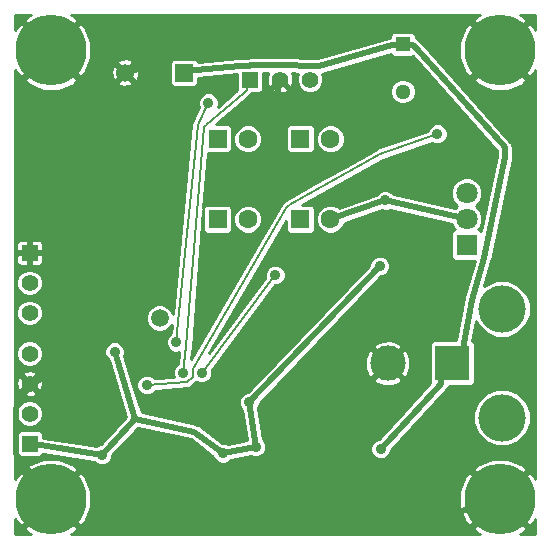
<source format=gbl>
G04 (created by PCBNEW (2013-05-16 BZR 4016)-stable) date 03/07/2013 13:28:14*
%MOIN*%
G04 Gerber Fmt 3.4, Leading zero omitted, Abs format*
%FSLAX34Y34*%
G01*
G70*
G90*
G04 APERTURE LIST*
%ADD10C,0.00590551*%
%ADD11R,0.0708661X0.0708661*%
%ADD12C,0.0708661*%
%ADD13R,0.0551X0.0551*%
%ADD14C,0.0551*%
%ADD15R,0.055X0.055*%
%ADD16C,0.055*%
%ADD17C,0.0591*%
%ADD18C,0.1181*%
%ADD19R,0.1181X0.1181*%
%ADD20C,0.1575*%
%ADD21R,0.0512X0.0512*%
%ADD22C,0.0512*%
%ADD23R,0.0629921X0.0629921*%
%ADD24C,0.0629921*%
%ADD25C,0.2362*%
%ADD26R,0.06X0.06*%
%ADD27C,0.06*%
%ADD28C,0.0354331*%
%ADD29C,0.019685*%
%ADD30C,0.00787402*%
%ADD31C,0.00984252*%
G04 APERTURE END LIST*
G54D10*
G54D11*
X107559Y-72440D03*
G54D12*
X107559Y-71574D03*
X107559Y-70708D03*
G54D13*
X92992Y-79059D03*
G54D14*
X92992Y-78059D03*
X92992Y-77059D03*
X92992Y-76059D03*
G54D15*
X92992Y-72700D03*
G54D16*
X92992Y-73700D03*
X92992Y-74700D03*
G54D15*
X100338Y-66929D03*
G54D16*
X101338Y-66929D03*
X102338Y-66929D03*
G54D17*
X97322Y-74881D03*
G54D18*
X104921Y-76377D03*
G54D19*
X107086Y-76377D03*
G54D20*
X108740Y-74566D03*
X108740Y-78188D03*
G54D21*
X105433Y-65748D03*
G54D22*
X105433Y-67322D03*
G54D23*
X102019Y-71574D03*
G54D24*
X103019Y-71574D03*
G54D23*
X99263Y-71574D03*
G54D24*
X100263Y-71574D03*
G54D23*
X102019Y-68897D03*
G54D24*
X103019Y-68897D03*
G54D23*
X99263Y-68897D03*
G54D24*
X100263Y-68897D03*
G54D25*
X108661Y-65944D03*
X93700Y-65944D03*
X108661Y-80905D03*
X93700Y-80905D03*
G54D26*
X98149Y-66692D03*
G54D27*
X96181Y-66692D03*
G54D28*
X99429Y-79385D03*
X100535Y-79161D03*
X100311Y-77685D03*
X95401Y-79429D03*
X95822Y-75992D03*
X104661Y-73141D03*
X104692Y-79236D03*
X106586Y-68732D03*
X96897Y-77110D03*
X98736Y-76692D03*
X101181Y-73437D03*
X104846Y-70952D03*
X98110Y-76696D03*
X98952Y-67692D03*
X97881Y-75681D03*
X101047Y-79129D03*
X102901Y-77771D03*
X100259Y-80212D03*
X98314Y-79055D03*
X98740Y-77590D03*
X100614Y-76606D03*
X96236Y-71862D03*
X96129Y-69909D03*
X104795Y-69748D03*
X108440Y-69350D03*
X100173Y-66118D03*
X102503Y-66118D03*
X101578Y-80106D03*
X103503Y-80102D03*
X105594Y-80539D03*
X109448Y-72755D03*
X109370Y-70944D03*
X109370Y-69133D03*
X104409Y-66771D03*
X106771Y-65275D03*
X103700Y-65275D03*
X103385Y-67874D03*
X99055Y-65196D03*
X96535Y-65275D03*
X97283Y-69448D03*
X100157Y-70000D03*
X101968Y-70236D03*
X101417Y-72440D03*
X103464Y-72992D03*
X103464Y-70708D03*
X104330Y-71968D03*
X106614Y-70472D03*
X106692Y-73937D03*
X106771Y-75039D03*
X105039Y-75039D03*
X103700Y-75039D03*
X103622Y-76771D03*
X106929Y-77874D03*
X108897Y-76456D03*
X106614Y-79606D03*
X105511Y-81811D03*
X100787Y-81732D03*
X103700Y-81811D03*
X100000Y-78582D03*
X97559Y-77795D03*
X96850Y-78897D03*
X95511Y-80236D03*
X93622Y-76141D03*
X100393Y-75748D03*
X104173Y-79606D03*
X102992Y-79606D03*
X94622Y-74503D03*
X94107Y-71810D03*
X94745Y-69212D03*
G54D29*
X93357Y-79117D02*
X95401Y-79429D01*
X93267Y-79117D02*
X93357Y-79117D01*
X93169Y-79117D02*
X93267Y-79117D01*
X92992Y-79059D02*
X93169Y-79117D01*
X95822Y-75992D02*
X96511Y-78236D01*
X95401Y-79429D02*
X96511Y-78236D01*
X100311Y-77685D02*
X100535Y-79161D01*
X100311Y-77685D02*
X104661Y-73141D01*
X99429Y-79385D02*
X100535Y-79161D01*
X98478Y-78661D02*
X96511Y-78236D01*
X99429Y-79385D02*
X98478Y-78661D01*
X105590Y-65787D02*
X105433Y-65748D01*
X105689Y-65787D02*
X105590Y-65787D01*
X105778Y-65787D02*
X105689Y-65787D01*
X105905Y-65914D02*
X105778Y-65787D01*
X108834Y-69187D02*
X105905Y-65914D01*
X108834Y-69513D02*
X108834Y-69187D01*
X108129Y-72885D02*
X108834Y-69513D01*
X107736Y-74260D02*
X108129Y-72885D01*
X107460Y-75697D02*
X107736Y-74260D01*
X107460Y-75787D02*
X107460Y-75697D01*
X107460Y-75885D02*
X107460Y-75787D01*
X107086Y-76377D02*
X107460Y-75885D01*
X98350Y-66609D02*
X98149Y-66692D01*
X98449Y-66609D02*
X98350Y-66609D01*
X98539Y-66609D02*
X98449Y-66609D01*
X99989Y-66474D02*
X98539Y-66609D01*
X100320Y-66474D02*
X99989Y-66474D01*
X100366Y-66437D02*
X100320Y-66474D01*
X100545Y-66437D02*
X100366Y-66437D01*
X101542Y-66437D02*
X100545Y-66437D01*
X102356Y-66474D02*
X101542Y-66437D01*
X102651Y-66474D02*
X102356Y-66474D01*
X105087Y-65787D02*
X102651Y-66474D01*
X105177Y-65787D02*
X105087Y-65787D01*
X105275Y-65787D02*
X105177Y-65787D01*
X105433Y-65748D02*
X105275Y-65787D01*
X106712Y-76870D02*
X107086Y-76377D01*
X106712Y-76968D02*
X106712Y-76870D01*
X106712Y-77058D02*
X106712Y-76968D01*
X104692Y-79236D02*
X106712Y-77058D01*
G54D30*
X98239Y-77009D02*
X96897Y-77110D01*
X98423Y-76826D02*
X98239Y-77009D01*
X98423Y-76563D02*
X98423Y-76826D01*
X101547Y-71194D02*
X98423Y-76563D01*
X101639Y-71102D02*
X101547Y-71194D01*
X104656Y-69413D02*
X101639Y-71102D01*
X106586Y-68732D02*
X104656Y-69413D01*
X101181Y-73437D02*
X98736Y-76692D01*
G54D29*
X107559Y-71574D02*
X104846Y-70952D01*
X104846Y-70952D02*
X103019Y-71574D01*
G54D30*
X98216Y-75819D02*
X98110Y-76696D01*
X98791Y-68517D02*
X98216Y-75819D01*
X98883Y-68425D02*
X98791Y-68517D01*
X100128Y-67361D02*
X98883Y-68425D01*
X100221Y-67269D02*
X100128Y-67361D01*
X100221Y-67204D02*
X100221Y-67269D01*
X100221Y-67164D02*
X100221Y-67204D01*
X100338Y-66929D02*
X100221Y-67164D01*
X98594Y-68435D02*
X97881Y-75681D01*
X98952Y-67692D02*
X98594Y-68435D01*
G54D29*
X94075Y-69850D02*
X94745Y-69212D01*
X94107Y-71810D02*
X94075Y-69850D01*
X94622Y-74503D02*
X96236Y-71862D01*
X93622Y-76141D02*
X94622Y-74503D01*
X101035Y-79783D02*
X101047Y-79129D01*
X101047Y-79129D02*
X102901Y-77771D01*
X100259Y-80212D02*
X101035Y-79783D01*
X99294Y-79779D02*
X98314Y-79055D01*
X100259Y-80212D02*
X99294Y-79779D01*
X98740Y-77590D02*
X100614Y-76606D01*
X96236Y-71862D02*
X96129Y-69909D01*
X104795Y-69748D02*
X106522Y-69559D01*
X100173Y-66118D02*
X102503Y-66118D01*
X100173Y-66118D02*
X99227Y-66156D01*
X101578Y-80106D02*
X101035Y-79783D01*
X103503Y-80102D02*
X104088Y-80224D01*
X92539Y-77871D02*
X92992Y-77059D01*
X92539Y-79261D02*
X92539Y-77871D01*
X92539Y-79407D02*
X92539Y-79261D01*
X93700Y-80905D02*
X92539Y-79407D01*
X97775Y-66215D02*
X96181Y-66692D01*
X99227Y-66156D02*
X97775Y-66215D01*
X99227Y-66156D02*
X99055Y-65196D01*
X106522Y-69559D02*
X108440Y-69350D01*
X106522Y-69559D02*
X106614Y-70472D01*
X104088Y-80224D02*
X105594Y-80539D01*
X104088Y-80224D02*
X104173Y-79606D01*
X106329Y-81644D02*
X108661Y-80905D01*
X105511Y-81811D02*
X106329Y-81644D01*
X103700Y-81811D02*
X105511Y-81811D01*
X100157Y-70000D02*
X101037Y-70114D01*
X101417Y-72440D02*
X103464Y-72992D01*
X93645Y-76803D02*
X92992Y-77059D01*
X93622Y-76141D02*
X93645Y-76803D01*
X101259Y-67798D02*
X101037Y-70114D01*
X101259Y-67795D02*
X101259Y-67798D01*
X101037Y-70114D02*
X101968Y-70236D01*
X100393Y-75748D02*
X100614Y-76606D01*
X101259Y-67008D02*
X101338Y-66929D01*
X101259Y-67798D02*
X101259Y-67008D01*
G54D10*
G36*
X109842Y-82086D02*
X109334Y-82086D01*
X109422Y-82050D01*
X109427Y-82046D01*
X109567Y-81883D01*
X108661Y-80977D01*
X108589Y-81049D01*
X108589Y-80905D01*
X107683Y-79999D01*
X107520Y-80139D01*
X107313Y-80634D01*
X107312Y-81170D01*
X107516Y-81666D01*
X107520Y-81671D01*
X107683Y-81811D01*
X108589Y-80905D01*
X108589Y-81049D01*
X107755Y-81883D01*
X107895Y-82046D01*
X107990Y-82086D01*
X95049Y-82086D01*
X95049Y-80640D01*
X94845Y-80144D01*
X94842Y-80139D01*
X94678Y-79999D01*
X94606Y-80071D01*
X94606Y-79927D01*
X94467Y-79764D01*
X93972Y-79557D01*
X93435Y-79556D01*
X92939Y-79760D01*
X92934Y-79764D01*
X92794Y-79927D01*
X93700Y-80833D01*
X94606Y-79927D01*
X94606Y-80071D01*
X93772Y-80905D01*
X94678Y-81811D01*
X94842Y-81671D01*
X95048Y-81176D01*
X95049Y-80640D01*
X95049Y-82086D01*
X94373Y-82086D01*
X94461Y-82050D01*
X94467Y-82046D01*
X94606Y-81883D01*
X93700Y-80977D01*
X92794Y-81883D01*
X92934Y-82046D01*
X93029Y-82086D01*
X92519Y-82086D01*
X92519Y-81578D01*
X92555Y-81666D01*
X92559Y-81671D01*
X92723Y-81811D01*
X93628Y-80905D01*
X92723Y-79999D01*
X92559Y-80139D01*
X92519Y-80234D01*
X92519Y-66617D01*
X92555Y-66705D01*
X92559Y-66711D01*
X92723Y-66850D01*
X93628Y-65944D01*
X92723Y-65038D01*
X92559Y-65178D01*
X92519Y-65273D01*
X92519Y-64763D01*
X93027Y-64763D01*
X92939Y-64800D01*
X92934Y-64803D01*
X92794Y-64967D01*
X93700Y-65873D01*
X94606Y-64967D01*
X94467Y-64803D01*
X94371Y-64763D01*
X107988Y-64763D01*
X107900Y-64800D01*
X107895Y-64803D01*
X107755Y-64967D01*
X108661Y-65873D01*
X109567Y-64967D01*
X109427Y-64803D01*
X109332Y-64763D01*
X109842Y-64763D01*
X109842Y-65271D01*
X109806Y-65183D01*
X109802Y-65178D01*
X109639Y-65038D01*
X108733Y-65944D01*
X109639Y-66850D01*
X109802Y-66711D01*
X109842Y-66615D01*
X109842Y-80232D01*
X109806Y-80144D01*
X109802Y-80139D01*
X109695Y-80047D01*
X109695Y-77999D01*
X109695Y-74377D01*
X109567Y-74067D01*
X109567Y-66922D01*
X108661Y-66016D01*
X108589Y-66088D01*
X108589Y-65944D01*
X107683Y-65038D01*
X107520Y-65178D01*
X107313Y-65673D01*
X107312Y-66209D01*
X107516Y-66705D01*
X107520Y-66711D01*
X107683Y-66850D01*
X108589Y-65944D01*
X108589Y-66088D01*
X107755Y-66922D01*
X107895Y-67086D01*
X108390Y-67292D01*
X108926Y-67293D01*
X109422Y-67089D01*
X109427Y-67086D01*
X109567Y-66922D01*
X109567Y-74067D01*
X109550Y-74026D01*
X109282Y-73757D01*
X108931Y-73612D01*
X108551Y-73611D01*
X108200Y-73757D01*
X108140Y-73817D01*
X108386Y-72958D01*
X108387Y-72945D01*
X108390Y-72939D01*
X109094Y-69567D01*
X109094Y-69542D01*
X109100Y-69513D01*
X109100Y-69187D01*
X109085Y-69110D01*
X109083Y-69100D01*
X109082Y-69099D01*
X109080Y-69085D01*
X109033Y-69015D01*
X109031Y-69011D01*
X109029Y-69010D01*
X109022Y-68999D01*
X109016Y-68995D01*
X106103Y-65737D01*
X106097Y-65733D01*
X106093Y-65726D01*
X105966Y-65599D01*
X105880Y-65542D01*
X105856Y-65537D01*
X105856Y-65459D01*
X105831Y-65397D01*
X105783Y-65350D01*
X105722Y-65325D01*
X105655Y-65325D01*
X105143Y-65325D01*
X105082Y-65350D01*
X105035Y-65397D01*
X105009Y-65459D01*
X105009Y-65525D01*
X105009Y-65535D01*
X104989Y-65541D01*
X104985Y-65542D01*
X104984Y-65542D01*
X102615Y-66208D01*
X102366Y-66208D01*
X101554Y-66172D01*
X101548Y-66173D01*
X101542Y-66171D01*
X100545Y-66171D01*
X100366Y-66171D01*
X100328Y-66179D01*
X100289Y-66183D01*
X100277Y-66189D01*
X100264Y-66192D01*
X100239Y-66208D01*
X99989Y-66208D01*
X99976Y-66211D01*
X99964Y-66210D01*
X98607Y-66336D01*
X98591Y-66298D01*
X98544Y-66251D01*
X98482Y-66225D01*
X98416Y-66225D01*
X97816Y-66225D01*
X97754Y-66250D01*
X97707Y-66298D01*
X97682Y-66359D01*
X97682Y-66426D01*
X97682Y-67026D01*
X97707Y-67087D01*
X97754Y-67134D01*
X97815Y-67160D01*
X97882Y-67160D01*
X98482Y-67160D01*
X98544Y-67134D01*
X98591Y-67087D01*
X98616Y-67026D01*
X98616Y-66959D01*
X98616Y-66869D01*
X99896Y-66750D01*
X99896Y-67237D01*
X99911Y-67275D01*
X99272Y-67821D01*
X99297Y-67761D01*
X99297Y-67624D01*
X99244Y-67498D01*
X99148Y-67401D01*
X99021Y-67348D01*
X98884Y-67348D01*
X98757Y-67400D01*
X98660Y-67497D01*
X98608Y-67624D01*
X98608Y-67761D01*
X98645Y-67852D01*
X98414Y-68332D01*
X98409Y-68338D01*
X98386Y-68415D01*
X97766Y-74742D01*
X97715Y-74620D01*
X97585Y-74489D01*
X97415Y-74419D01*
X97231Y-74418D01*
X97061Y-74489D01*
X96930Y-74619D01*
X96860Y-74789D01*
X96859Y-74973D01*
X96930Y-75143D01*
X97060Y-75274D01*
X97230Y-75344D01*
X97414Y-75344D01*
X97584Y-75274D01*
X97714Y-75144D01*
X97730Y-75107D01*
X97703Y-75382D01*
X97687Y-75388D01*
X97590Y-75485D01*
X97537Y-75612D01*
X97537Y-75749D01*
X97589Y-75875D01*
X97686Y-75972D01*
X97813Y-76025D01*
X97950Y-76025D01*
X97985Y-76011D01*
X97938Y-76395D01*
X97915Y-76404D01*
X97818Y-76501D01*
X97765Y-76628D01*
X97765Y-76765D01*
X97794Y-76835D01*
X97157Y-76883D01*
X97093Y-76818D01*
X96966Y-76765D01*
X96829Y-76765D01*
X96702Y-76818D01*
X96653Y-76866D01*
X96653Y-66754D01*
X96641Y-66568D01*
X96594Y-66455D01*
X96522Y-66423D01*
X96450Y-66495D01*
X96450Y-66351D01*
X96418Y-66279D01*
X96242Y-66220D01*
X96057Y-66232D01*
X95943Y-66279D01*
X95912Y-66351D01*
X96181Y-66621D01*
X96450Y-66351D01*
X96450Y-66495D01*
X96253Y-66692D01*
X96522Y-66962D01*
X96594Y-66930D01*
X96653Y-66754D01*
X96653Y-76866D01*
X96605Y-76914D01*
X96553Y-77041D01*
X96553Y-77178D01*
X96605Y-77305D01*
X96702Y-77402D01*
X96828Y-77454D01*
X96965Y-77454D01*
X97092Y-77402D01*
X97189Y-77305D01*
X97193Y-77295D01*
X98255Y-77215D01*
X98280Y-77208D01*
X98318Y-77200D01*
X98326Y-77195D01*
X98333Y-77193D01*
X98353Y-77177D01*
X98386Y-77155D01*
X98552Y-76989D01*
X98667Y-77037D01*
X98804Y-77037D01*
X98931Y-76985D01*
X99028Y-76888D01*
X99080Y-76761D01*
X99080Y-76624D01*
X99068Y-76594D01*
X101180Y-73781D01*
X101249Y-73781D01*
X101375Y-73729D01*
X101472Y-73632D01*
X101525Y-73505D01*
X101525Y-73368D01*
X101473Y-73242D01*
X101376Y-73145D01*
X101249Y-73092D01*
X101112Y-73092D01*
X100986Y-73144D01*
X100889Y-73241D01*
X100836Y-73368D01*
X100836Y-73505D01*
X100848Y-73534D01*
X98963Y-76046D01*
X101537Y-71623D01*
X101537Y-71922D01*
X101562Y-71984D01*
X101609Y-72031D01*
X101671Y-72057D01*
X101737Y-72057D01*
X102367Y-72057D01*
X102429Y-72031D01*
X102476Y-71984D01*
X102501Y-71923D01*
X102501Y-71856D01*
X102501Y-71226D01*
X102476Y-71165D01*
X102429Y-71118D01*
X102368Y-71092D01*
X102301Y-71092D01*
X102080Y-71092D01*
X104755Y-69597D01*
X106389Y-69022D01*
X106391Y-69024D01*
X106517Y-69076D01*
X106654Y-69076D01*
X106781Y-69024D01*
X106878Y-68927D01*
X106931Y-68801D01*
X106931Y-68664D01*
X106878Y-68537D01*
X106782Y-68440D01*
X106655Y-68387D01*
X106518Y-68387D01*
X106391Y-68440D01*
X106294Y-68536D01*
X106255Y-68631D01*
X105856Y-68771D01*
X105856Y-67238D01*
X105792Y-67082D01*
X105673Y-66963D01*
X105517Y-66899D01*
X105349Y-66899D01*
X105193Y-66963D01*
X105074Y-67082D01*
X105009Y-67237D01*
X105009Y-67406D01*
X105073Y-67561D01*
X105192Y-67681D01*
X105348Y-67745D01*
X105516Y-67745D01*
X105672Y-67681D01*
X105791Y-67562D01*
X105856Y-67407D01*
X105856Y-67238D01*
X105856Y-68771D01*
X104587Y-69218D01*
X104563Y-69232D01*
X104556Y-69235D01*
X103502Y-69824D01*
X103502Y-68802D01*
X103428Y-68624D01*
X103293Y-68489D01*
X103116Y-68415D01*
X102924Y-68415D01*
X102746Y-68488D01*
X102611Y-68624D01*
X102537Y-68801D01*
X102537Y-68993D01*
X102610Y-69170D01*
X102746Y-69306D01*
X102923Y-69379D01*
X103115Y-69380D01*
X103292Y-69306D01*
X103428Y-69171D01*
X103501Y-68993D01*
X103502Y-68802D01*
X103502Y-69824D01*
X102501Y-70383D01*
X102501Y-69179D01*
X102501Y-68549D01*
X102476Y-68488D01*
X102429Y-68440D01*
X102368Y-68415D01*
X102301Y-68415D01*
X101671Y-68415D01*
X101610Y-68440D01*
X101589Y-68461D01*
X101589Y-67252D01*
X101338Y-67000D01*
X101087Y-67252D01*
X101116Y-67321D01*
X101283Y-67376D01*
X101458Y-67363D01*
X101560Y-67321D01*
X101589Y-67252D01*
X101589Y-68461D01*
X101562Y-68487D01*
X101537Y-68549D01*
X101537Y-68615D01*
X101537Y-69245D01*
X101562Y-69307D01*
X101609Y-69354D01*
X101671Y-69379D01*
X101737Y-69379D01*
X102367Y-69379D01*
X102429Y-69354D01*
X102476Y-69307D01*
X102501Y-69246D01*
X102501Y-69179D01*
X102501Y-70383D01*
X101538Y-70921D01*
X101516Y-70940D01*
X101493Y-70956D01*
X101401Y-71048D01*
X101383Y-71074D01*
X101369Y-71090D01*
X100746Y-72161D01*
X100746Y-71479D01*
X100746Y-68802D01*
X100672Y-68624D01*
X100537Y-68489D01*
X100360Y-68415D01*
X100168Y-68415D01*
X99990Y-68488D01*
X99855Y-68624D01*
X99781Y-68801D01*
X99781Y-68993D01*
X99854Y-69170D01*
X99990Y-69306D01*
X100167Y-69379D01*
X100359Y-69380D01*
X100536Y-69306D01*
X100672Y-69171D01*
X100745Y-68993D01*
X100746Y-68802D01*
X100746Y-71479D01*
X100672Y-71301D01*
X100537Y-71166D01*
X100360Y-71092D01*
X100168Y-71092D01*
X99990Y-71165D01*
X99855Y-71301D01*
X99781Y-71478D01*
X99781Y-71670D01*
X99854Y-71847D01*
X99990Y-71983D01*
X100167Y-72057D01*
X100359Y-72057D01*
X100536Y-71983D01*
X100672Y-71848D01*
X100745Y-71671D01*
X100746Y-71479D01*
X100746Y-72161D01*
X98374Y-76236D01*
X98421Y-75844D01*
X98421Y-75840D01*
X98422Y-75835D01*
X98781Y-71276D01*
X98781Y-71292D01*
X98781Y-71922D01*
X98806Y-71984D01*
X98853Y-72031D01*
X98915Y-72057D01*
X98981Y-72057D01*
X99611Y-72057D01*
X99673Y-72031D01*
X99720Y-71984D01*
X99746Y-71923D01*
X99746Y-71856D01*
X99746Y-71226D01*
X99720Y-71165D01*
X99673Y-71118D01*
X99612Y-71092D01*
X99545Y-71092D01*
X98915Y-71092D01*
X98854Y-71117D01*
X98807Y-71164D01*
X98786Y-71214D01*
X98930Y-69379D01*
X98981Y-69379D01*
X99611Y-69379D01*
X99673Y-69354D01*
X99720Y-69307D01*
X99746Y-69246D01*
X99746Y-69179D01*
X99746Y-68549D01*
X99720Y-68488D01*
X99673Y-68440D01*
X99612Y-68415D01*
X99545Y-68415D01*
X99213Y-68415D01*
X100263Y-67518D01*
X100268Y-67512D01*
X100274Y-67507D01*
X100367Y-67415D01*
X100367Y-67415D01*
X100396Y-67371D01*
X100646Y-67371D01*
X100708Y-67346D01*
X100755Y-67299D01*
X100780Y-67237D01*
X100780Y-67170D01*
X100780Y-66703D01*
X100954Y-66703D01*
X100946Y-66706D01*
X100890Y-66873D01*
X100903Y-67049D01*
X100946Y-67151D01*
X101015Y-67180D01*
X101266Y-66929D01*
X101261Y-66923D01*
X101333Y-66851D01*
X101338Y-66857D01*
X101344Y-66851D01*
X101415Y-66923D01*
X101410Y-66929D01*
X101661Y-67180D01*
X101730Y-67151D01*
X101786Y-66984D01*
X101773Y-66808D01*
X101733Y-66712D01*
X101945Y-66721D01*
X101896Y-66840D01*
X101896Y-67016D01*
X101963Y-67179D01*
X102087Y-67303D01*
X102250Y-67371D01*
X102426Y-67371D01*
X102588Y-67304D01*
X102713Y-67180D01*
X102780Y-67017D01*
X102780Y-66841D01*
X102733Y-66727D01*
X105028Y-66082D01*
X105035Y-66099D01*
X105082Y-66146D01*
X105143Y-66171D01*
X105210Y-66171D01*
X105722Y-66171D01*
X105763Y-66154D01*
X108568Y-69292D01*
X108568Y-69484D01*
X108046Y-71983D01*
X108008Y-71944D01*
X107950Y-71920D01*
X108001Y-71870D01*
X108080Y-71679D01*
X108080Y-71471D01*
X108001Y-71279D01*
X107863Y-71141D01*
X108001Y-71004D01*
X108080Y-70812D01*
X108080Y-70605D01*
X108001Y-70413D01*
X107854Y-70266D01*
X107663Y-70187D01*
X107455Y-70186D01*
X107263Y-70266D01*
X107117Y-70412D01*
X107037Y-70604D01*
X107037Y-70811D01*
X107116Y-71003D01*
X107254Y-71141D01*
X107181Y-71214D01*
X105124Y-70743D01*
X105041Y-70660D01*
X104915Y-70608D01*
X104778Y-70608D01*
X104651Y-70660D01*
X104554Y-70757D01*
X104547Y-70773D01*
X103319Y-71192D01*
X103293Y-71166D01*
X103116Y-71092D01*
X102924Y-71092D01*
X102746Y-71165D01*
X102611Y-71301D01*
X102537Y-71478D01*
X102537Y-71670D01*
X102610Y-71847D01*
X102746Y-71983D01*
X102923Y-72057D01*
X103115Y-72057D01*
X103292Y-71983D01*
X103428Y-71848D01*
X103492Y-71694D01*
X104724Y-71275D01*
X104777Y-71297D01*
X104914Y-71297D01*
X105002Y-71261D01*
X107059Y-71732D01*
X107116Y-71869D01*
X107167Y-71920D01*
X107110Y-71944D01*
X107062Y-71991D01*
X107037Y-72053D01*
X107037Y-72119D01*
X107037Y-72828D01*
X107062Y-72889D01*
X107109Y-72937D01*
X107171Y-72962D01*
X107237Y-72962D01*
X107832Y-72962D01*
X107481Y-74187D01*
X107479Y-74201D01*
X107476Y-74210D01*
X107204Y-75620D01*
X106462Y-75620D01*
X106401Y-75645D01*
X106354Y-75692D01*
X106328Y-75754D01*
X106328Y-75820D01*
X106328Y-77001D01*
X106350Y-77054D01*
X105683Y-77775D01*
X105683Y-76508D01*
X105675Y-76207D01*
X105575Y-75965D01*
X105473Y-75898D01*
X105401Y-75970D01*
X105401Y-75826D01*
X105333Y-75724D01*
X105052Y-75616D01*
X105005Y-75617D01*
X105005Y-73073D01*
X104953Y-72946D01*
X104856Y-72849D01*
X104730Y-72797D01*
X104593Y-72797D01*
X104466Y-72849D01*
X104369Y-72946D01*
X104316Y-73072D01*
X104316Y-73123D01*
X100273Y-77340D01*
X100242Y-77340D01*
X100116Y-77392D01*
X100019Y-77489D01*
X99966Y-77616D01*
X99966Y-77753D01*
X100018Y-77879D01*
X100081Y-77942D01*
X100233Y-78950D01*
X99593Y-79081D01*
X99497Y-79041D01*
X99415Y-79041D01*
X98639Y-78449D01*
X98633Y-78447D01*
X98629Y-78442D01*
X98586Y-78424D01*
X98545Y-78404D01*
X98539Y-78404D01*
X98534Y-78401D01*
X96721Y-78009D01*
X96450Y-77129D01*
X96450Y-67034D01*
X96181Y-66764D01*
X96109Y-66836D01*
X96109Y-66692D01*
X95840Y-66423D01*
X95768Y-66455D01*
X95708Y-66631D01*
X95721Y-66817D01*
X95768Y-66930D01*
X95840Y-66962D01*
X96109Y-66692D01*
X96109Y-66836D01*
X95912Y-67034D01*
X95943Y-67106D01*
X96120Y-67165D01*
X96305Y-67152D01*
X96418Y-67106D01*
X96450Y-67034D01*
X96450Y-77129D01*
X96141Y-76123D01*
X96167Y-76060D01*
X96167Y-75923D01*
X96115Y-75797D01*
X96018Y-75700D01*
X95891Y-75647D01*
X95754Y-75647D01*
X95627Y-75699D01*
X95530Y-75796D01*
X95478Y-75923D01*
X95478Y-76060D01*
X95530Y-76187D01*
X95627Y-76283D01*
X95635Y-76287D01*
X96213Y-78165D01*
X95358Y-79084D01*
X95333Y-79084D01*
X95215Y-79133D01*
X95049Y-79108D01*
X95049Y-65679D01*
X94845Y-65183D01*
X94842Y-65178D01*
X94678Y-65038D01*
X93772Y-65944D01*
X94678Y-66850D01*
X94842Y-66711D01*
X95048Y-66216D01*
X95049Y-65679D01*
X95049Y-79108D01*
X94606Y-79040D01*
X94606Y-66922D01*
X93700Y-66016D01*
X92794Y-66922D01*
X92934Y-67086D01*
X93429Y-67292D01*
X93965Y-67293D01*
X94461Y-67089D01*
X94467Y-67086D01*
X94606Y-66922D01*
X94606Y-79040D01*
X93440Y-78861D01*
X93440Y-77114D01*
X93435Y-77043D01*
X93435Y-75971D01*
X93434Y-75970D01*
X93434Y-74613D01*
X93434Y-73613D01*
X93434Y-73613D01*
X93434Y-73008D01*
X93434Y-72392D01*
X93409Y-72331D01*
X93362Y-72284D01*
X93300Y-72258D01*
X93233Y-72258D01*
X93084Y-72258D01*
X93042Y-72300D01*
X93042Y-72650D01*
X93392Y-72650D01*
X93434Y-72608D01*
X93434Y-72392D01*
X93434Y-73008D01*
X93434Y-72793D01*
X93392Y-72751D01*
X93042Y-72751D01*
X93042Y-73101D01*
X93084Y-73143D01*
X93233Y-73143D01*
X93300Y-73143D01*
X93362Y-73117D01*
X93409Y-73070D01*
X93434Y-73008D01*
X93434Y-73613D01*
X93367Y-73450D01*
X93243Y-73326D01*
X93080Y-73258D01*
X92941Y-73258D01*
X92941Y-73101D01*
X92941Y-72751D01*
X92941Y-72650D01*
X92941Y-72300D01*
X92899Y-72258D01*
X92750Y-72258D01*
X92683Y-72258D01*
X92622Y-72284D01*
X92575Y-72331D01*
X92549Y-72392D01*
X92549Y-72608D01*
X92591Y-72650D01*
X92941Y-72650D01*
X92941Y-72751D01*
X92591Y-72751D01*
X92549Y-72793D01*
X92549Y-73008D01*
X92575Y-73070D01*
X92622Y-73117D01*
X92683Y-73143D01*
X92750Y-73143D01*
X92899Y-73143D01*
X92941Y-73101D01*
X92941Y-73258D01*
X92904Y-73258D01*
X92741Y-73325D01*
X92617Y-73449D01*
X92549Y-73612D01*
X92549Y-73788D01*
X92616Y-73951D01*
X92741Y-74075D01*
X92903Y-74143D01*
X93079Y-74143D01*
X93242Y-74075D01*
X93366Y-73951D01*
X93434Y-73789D01*
X93434Y-73613D01*
X93434Y-74613D01*
X93367Y-74450D01*
X93243Y-74326D01*
X93080Y-74258D01*
X92904Y-74258D01*
X92741Y-74325D01*
X92617Y-74449D01*
X92549Y-74612D01*
X92549Y-74788D01*
X92616Y-74951D01*
X92741Y-75075D01*
X92903Y-75143D01*
X93079Y-75143D01*
X93242Y-75075D01*
X93366Y-74951D01*
X93434Y-74789D01*
X93434Y-74613D01*
X93434Y-75970D01*
X93367Y-75808D01*
X93243Y-75683D01*
X93080Y-75616D01*
X92904Y-75616D01*
X92741Y-75683D01*
X92616Y-75807D01*
X92549Y-75970D01*
X92549Y-76146D01*
X92616Y-76309D01*
X92740Y-76434D01*
X92903Y-76501D01*
X93079Y-76501D01*
X93242Y-76434D01*
X93367Y-76310D01*
X93434Y-76147D01*
X93435Y-75971D01*
X93435Y-77043D01*
X93427Y-76938D01*
X93384Y-76836D01*
X93315Y-76807D01*
X93243Y-76879D01*
X93243Y-76735D01*
X93214Y-76666D01*
X93047Y-76610D01*
X92871Y-76623D01*
X92769Y-76666D01*
X92740Y-76735D01*
X92992Y-76987D01*
X93243Y-76735D01*
X93243Y-76879D01*
X93063Y-77059D01*
X93315Y-77310D01*
X93384Y-77281D01*
X93440Y-77114D01*
X93440Y-78861D01*
X93435Y-78861D01*
X93435Y-77971D01*
X93367Y-77808D01*
X93243Y-77684D01*
X93243Y-77382D01*
X92992Y-77130D01*
X92920Y-77202D01*
X92920Y-77059D01*
X92668Y-76807D01*
X92599Y-76836D01*
X92544Y-77003D01*
X92556Y-77179D01*
X92599Y-77281D01*
X92668Y-77310D01*
X92920Y-77059D01*
X92920Y-77202D01*
X92740Y-77382D01*
X92769Y-77451D01*
X92936Y-77507D01*
X93112Y-77494D01*
X93214Y-77451D01*
X93243Y-77382D01*
X93243Y-77684D01*
X93243Y-77683D01*
X93080Y-77616D01*
X92904Y-77616D01*
X92741Y-77683D01*
X92616Y-77807D01*
X92549Y-77970D01*
X92549Y-78146D01*
X92616Y-78309D01*
X92740Y-78434D01*
X92903Y-78501D01*
X93079Y-78501D01*
X93242Y-78434D01*
X93367Y-78310D01*
X93434Y-78147D01*
X93435Y-77971D01*
X93435Y-78861D01*
X93434Y-78861D01*
X93434Y-78750D01*
X93409Y-78688D01*
X93362Y-78641D01*
X93301Y-78616D01*
X93234Y-78616D01*
X92683Y-78616D01*
X92621Y-78641D01*
X92574Y-78688D01*
X92549Y-78750D01*
X92549Y-78816D01*
X92549Y-79367D01*
X92574Y-79429D01*
X92621Y-79476D01*
X92683Y-79501D01*
X92749Y-79501D01*
X93300Y-79501D01*
X93362Y-79476D01*
X93409Y-79429D01*
X93422Y-79396D01*
X95145Y-79660D01*
X95206Y-79721D01*
X95332Y-79773D01*
X95469Y-79773D01*
X95596Y-79721D01*
X95693Y-79624D01*
X95746Y-79497D01*
X95746Y-79448D01*
X96602Y-78527D01*
X98364Y-78908D01*
X99086Y-79459D01*
X99136Y-79580D01*
X99233Y-79677D01*
X99360Y-79730D01*
X99497Y-79730D01*
X99624Y-79678D01*
X99700Y-79601D01*
X100369Y-79465D01*
X100466Y-79505D01*
X100603Y-79505D01*
X100730Y-79453D01*
X100827Y-79356D01*
X100879Y-79230D01*
X100879Y-79093D01*
X100827Y-78966D01*
X100763Y-78902D01*
X100607Y-77869D01*
X100655Y-77753D01*
X100655Y-77709D01*
X104705Y-73486D01*
X104729Y-73486D01*
X104856Y-73433D01*
X104953Y-73337D01*
X105005Y-73210D01*
X105005Y-73073D01*
X105005Y-75617D01*
X104750Y-75624D01*
X104509Y-75724D01*
X104441Y-75826D01*
X104921Y-76306D01*
X105401Y-75826D01*
X105401Y-75970D01*
X104993Y-76377D01*
X105473Y-76857D01*
X105575Y-76790D01*
X105683Y-76508D01*
X105683Y-77775D01*
X105401Y-78080D01*
X105401Y-76929D01*
X104921Y-76449D01*
X104849Y-76521D01*
X104849Y-76377D01*
X104370Y-75898D01*
X104268Y-75965D01*
X104160Y-76247D01*
X104168Y-76548D01*
X104268Y-76790D01*
X104370Y-76857D01*
X104849Y-76377D01*
X104849Y-76521D01*
X104441Y-76929D01*
X104509Y-77031D01*
X104791Y-77139D01*
X105092Y-77131D01*
X105333Y-77031D01*
X105401Y-76929D01*
X105401Y-78080D01*
X104649Y-78891D01*
X104624Y-78891D01*
X104498Y-78944D01*
X104401Y-79040D01*
X104348Y-79167D01*
X104348Y-79304D01*
X104400Y-79431D01*
X104497Y-79528D01*
X104624Y-79580D01*
X104761Y-79580D01*
X104887Y-79528D01*
X104984Y-79431D01*
X105037Y-79305D01*
X105037Y-79255D01*
X106893Y-77250D01*
X106900Y-77246D01*
X106958Y-77159D01*
X106962Y-77135D01*
X107710Y-77135D01*
X107771Y-77110D01*
X107818Y-77063D01*
X107844Y-77001D01*
X107844Y-76935D01*
X107844Y-75754D01*
X107819Y-75692D01*
X107772Y-75645D01*
X107743Y-75633D01*
X107872Y-74965D01*
X107930Y-75107D01*
X108199Y-75375D01*
X108549Y-75521D01*
X108929Y-75521D01*
X109280Y-75376D01*
X109549Y-75108D01*
X109695Y-74757D01*
X109695Y-74377D01*
X109695Y-77999D01*
X109550Y-77648D01*
X109282Y-77379D01*
X108931Y-77234D01*
X108551Y-77233D01*
X108200Y-77379D01*
X107931Y-77647D01*
X107785Y-77998D01*
X107785Y-78378D01*
X107930Y-78729D01*
X108199Y-78997D01*
X108549Y-79143D01*
X108929Y-79143D01*
X109280Y-78998D01*
X109549Y-78730D01*
X109695Y-78379D01*
X109695Y-77999D01*
X109695Y-80047D01*
X109639Y-79999D01*
X109567Y-80071D01*
X109567Y-79927D01*
X109427Y-79764D01*
X108932Y-79557D01*
X108396Y-79556D01*
X107900Y-79760D01*
X107895Y-79764D01*
X107755Y-79927D01*
X108661Y-80833D01*
X109567Y-79927D01*
X109567Y-80071D01*
X108733Y-80905D01*
X109639Y-81811D01*
X109802Y-81671D01*
X109842Y-81576D01*
X109842Y-82086D01*
X109842Y-82086D01*
G37*
G54D31*
X109842Y-82086D02*
X109334Y-82086D01*
X109422Y-82050D01*
X109427Y-82046D01*
X109567Y-81883D01*
X108661Y-80977D01*
X108589Y-81049D01*
X108589Y-80905D01*
X107683Y-79999D01*
X107520Y-80139D01*
X107313Y-80634D01*
X107312Y-81170D01*
X107516Y-81666D01*
X107520Y-81671D01*
X107683Y-81811D01*
X108589Y-80905D01*
X108589Y-81049D01*
X107755Y-81883D01*
X107895Y-82046D01*
X107990Y-82086D01*
X95049Y-82086D01*
X95049Y-80640D01*
X94845Y-80144D01*
X94842Y-80139D01*
X94678Y-79999D01*
X94606Y-80071D01*
X94606Y-79927D01*
X94467Y-79764D01*
X93972Y-79557D01*
X93435Y-79556D01*
X92939Y-79760D01*
X92934Y-79764D01*
X92794Y-79927D01*
X93700Y-80833D01*
X94606Y-79927D01*
X94606Y-80071D01*
X93772Y-80905D01*
X94678Y-81811D01*
X94842Y-81671D01*
X95048Y-81176D01*
X95049Y-80640D01*
X95049Y-82086D01*
X94373Y-82086D01*
X94461Y-82050D01*
X94467Y-82046D01*
X94606Y-81883D01*
X93700Y-80977D01*
X92794Y-81883D01*
X92934Y-82046D01*
X93029Y-82086D01*
X92519Y-82086D01*
X92519Y-81578D01*
X92555Y-81666D01*
X92559Y-81671D01*
X92723Y-81811D01*
X93628Y-80905D01*
X92723Y-79999D01*
X92559Y-80139D01*
X92519Y-80234D01*
X92519Y-66617D01*
X92555Y-66705D01*
X92559Y-66711D01*
X92723Y-66850D01*
X93628Y-65944D01*
X92723Y-65038D01*
X92559Y-65178D01*
X92519Y-65273D01*
X92519Y-64763D01*
X93027Y-64763D01*
X92939Y-64800D01*
X92934Y-64803D01*
X92794Y-64967D01*
X93700Y-65873D01*
X94606Y-64967D01*
X94467Y-64803D01*
X94371Y-64763D01*
X107988Y-64763D01*
X107900Y-64800D01*
X107895Y-64803D01*
X107755Y-64967D01*
X108661Y-65873D01*
X109567Y-64967D01*
X109427Y-64803D01*
X109332Y-64763D01*
X109842Y-64763D01*
X109842Y-65271D01*
X109806Y-65183D01*
X109802Y-65178D01*
X109639Y-65038D01*
X108733Y-65944D01*
X109639Y-66850D01*
X109802Y-66711D01*
X109842Y-66615D01*
X109842Y-80232D01*
X109806Y-80144D01*
X109802Y-80139D01*
X109695Y-80047D01*
X109695Y-77999D01*
X109695Y-74377D01*
X109567Y-74067D01*
X109567Y-66922D01*
X108661Y-66016D01*
X108589Y-66088D01*
X108589Y-65944D01*
X107683Y-65038D01*
X107520Y-65178D01*
X107313Y-65673D01*
X107312Y-66209D01*
X107516Y-66705D01*
X107520Y-66711D01*
X107683Y-66850D01*
X108589Y-65944D01*
X108589Y-66088D01*
X107755Y-66922D01*
X107895Y-67086D01*
X108390Y-67292D01*
X108926Y-67293D01*
X109422Y-67089D01*
X109427Y-67086D01*
X109567Y-66922D01*
X109567Y-74067D01*
X109550Y-74026D01*
X109282Y-73757D01*
X108931Y-73612D01*
X108551Y-73611D01*
X108200Y-73757D01*
X108140Y-73817D01*
X108386Y-72958D01*
X108387Y-72945D01*
X108390Y-72939D01*
X109094Y-69567D01*
X109094Y-69542D01*
X109100Y-69513D01*
X109100Y-69187D01*
X109085Y-69110D01*
X109083Y-69100D01*
X109082Y-69099D01*
X109080Y-69085D01*
X109033Y-69015D01*
X109031Y-69011D01*
X109029Y-69010D01*
X109022Y-68999D01*
X109016Y-68995D01*
X106103Y-65737D01*
X106097Y-65733D01*
X106093Y-65726D01*
X105966Y-65599D01*
X105880Y-65542D01*
X105856Y-65537D01*
X105856Y-65459D01*
X105831Y-65397D01*
X105783Y-65350D01*
X105722Y-65325D01*
X105655Y-65325D01*
X105143Y-65325D01*
X105082Y-65350D01*
X105035Y-65397D01*
X105009Y-65459D01*
X105009Y-65525D01*
X105009Y-65535D01*
X104989Y-65541D01*
X104985Y-65542D01*
X104984Y-65542D01*
X102615Y-66208D01*
X102366Y-66208D01*
X101554Y-66172D01*
X101548Y-66173D01*
X101542Y-66171D01*
X100545Y-66171D01*
X100366Y-66171D01*
X100328Y-66179D01*
X100289Y-66183D01*
X100277Y-66189D01*
X100264Y-66192D01*
X100239Y-66208D01*
X99989Y-66208D01*
X99976Y-66211D01*
X99964Y-66210D01*
X98607Y-66336D01*
X98591Y-66298D01*
X98544Y-66251D01*
X98482Y-66225D01*
X98416Y-66225D01*
X97816Y-66225D01*
X97754Y-66250D01*
X97707Y-66298D01*
X97682Y-66359D01*
X97682Y-66426D01*
X97682Y-67026D01*
X97707Y-67087D01*
X97754Y-67134D01*
X97815Y-67160D01*
X97882Y-67160D01*
X98482Y-67160D01*
X98544Y-67134D01*
X98591Y-67087D01*
X98616Y-67026D01*
X98616Y-66959D01*
X98616Y-66869D01*
X99896Y-66750D01*
X99896Y-67237D01*
X99911Y-67275D01*
X99272Y-67821D01*
X99297Y-67761D01*
X99297Y-67624D01*
X99244Y-67498D01*
X99148Y-67401D01*
X99021Y-67348D01*
X98884Y-67348D01*
X98757Y-67400D01*
X98660Y-67497D01*
X98608Y-67624D01*
X98608Y-67761D01*
X98645Y-67852D01*
X98414Y-68332D01*
X98409Y-68338D01*
X98386Y-68415D01*
X97766Y-74742D01*
X97715Y-74620D01*
X97585Y-74489D01*
X97415Y-74419D01*
X97231Y-74418D01*
X97061Y-74489D01*
X96930Y-74619D01*
X96860Y-74789D01*
X96859Y-74973D01*
X96930Y-75143D01*
X97060Y-75274D01*
X97230Y-75344D01*
X97414Y-75344D01*
X97584Y-75274D01*
X97714Y-75144D01*
X97730Y-75107D01*
X97703Y-75382D01*
X97687Y-75388D01*
X97590Y-75485D01*
X97537Y-75612D01*
X97537Y-75749D01*
X97589Y-75875D01*
X97686Y-75972D01*
X97813Y-76025D01*
X97950Y-76025D01*
X97985Y-76011D01*
X97938Y-76395D01*
X97915Y-76404D01*
X97818Y-76501D01*
X97765Y-76628D01*
X97765Y-76765D01*
X97794Y-76835D01*
X97157Y-76883D01*
X97093Y-76818D01*
X96966Y-76765D01*
X96829Y-76765D01*
X96702Y-76818D01*
X96653Y-76866D01*
X96653Y-66754D01*
X96641Y-66568D01*
X96594Y-66455D01*
X96522Y-66423D01*
X96450Y-66495D01*
X96450Y-66351D01*
X96418Y-66279D01*
X96242Y-66220D01*
X96057Y-66232D01*
X95943Y-66279D01*
X95912Y-66351D01*
X96181Y-66621D01*
X96450Y-66351D01*
X96450Y-66495D01*
X96253Y-66692D01*
X96522Y-66962D01*
X96594Y-66930D01*
X96653Y-66754D01*
X96653Y-76866D01*
X96605Y-76914D01*
X96553Y-77041D01*
X96553Y-77178D01*
X96605Y-77305D01*
X96702Y-77402D01*
X96828Y-77454D01*
X96965Y-77454D01*
X97092Y-77402D01*
X97189Y-77305D01*
X97193Y-77295D01*
X98255Y-77215D01*
X98280Y-77208D01*
X98318Y-77200D01*
X98326Y-77195D01*
X98333Y-77193D01*
X98353Y-77177D01*
X98386Y-77155D01*
X98552Y-76989D01*
X98667Y-77037D01*
X98804Y-77037D01*
X98931Y-76985D01*
X99028Y-76888D01*
X99080Y-76761D01*
X99080Y-76624D01*
X99068Y-76594D01*
X101180Y-73781D01*
X101249Y-73781D01*
X101375Y-73729D01*
X101472Y-73632D01*
X101525Y-73505D01*
X101525Y-73368D01*
X101473Y-73242D01*
X101376Y-73145D01*
X101249Y-73092D01*
X101112Y-73092D01*
X100986Y-73144D01*
X100889Y-73241D01*
X100836Y-73368D01*
X100836Y-73505D01*
X100848Y-73534D01*
X98963Y-76046D01*
X101537Y-71623D01*
X101537Y-71922D01*
X101562Y-71984D01*
X101609Y-72031D01*
X101671Y-72057D01*
X101737Y-72057D01*
X102367Y-72057D01*
X102429Y-72031D01*
X102476Y-71984D01*
X102501Y-71923D01*
X102501Y-71856D01*
X102501Y-71226D01*
X102476Y-71165D01*
X102429Y-71118D01*
X102368Y-71092D01*
X102301Y-71092D01*
X102080Y-71092D01*
X104755Y-69597D01*
X106389Y-69022D01*
X106391Y-69024D01*
X106517Y-69076D01*
X106654Y-69076D01*
X106781Y-69024D01*
X106878Y-68927D01*
X106931Y-68801D01*
X106931Y-68664D01*
X106878Y-68537D01*
X106782Y-68440D01*
X106655Y-68387D01*
X106518Y-68387D01*
X106391Y-68440D01*
X106294Y-68536D01*
X106255Y-68631D01*
X105856Y-68771D01*
X105856Y-67238D01*
X105792Y-67082D01*
X105673Y-66963D01*
X105517Y-66899D01*
X105349Y-66899D01*
X105193Y-66963D01*
X105074Y-67082D01*
X105009Y-67237D01*
X105009Y-67406D01*
X105073Y-67561D01*
X105192Y-67681D01*
X105348Y-67745D01*
X105516Y-67745D01*
X105672Y-67681D01*
X105791Y-67562D01*
X105856Y-67407D01*
X105856Y-67238D01*
X105856Y-68771D01*
X104587Y-69218D01*
X104563Y-69232D01*
X104556Y-69235D01*
X103502Y-69824D01*
X103502Y-68802D01*
X103428Y-68624D01*
X103293Y-68489D01*
X103116Y-68415D01*
X102924Y-68415D01*
X102746Y-68488D01*
X102611Y-68624D01*
X102537Y-68801D01*
X102537Y-68993D01*
X102610Y-69170D01*
X102746Y-69306D01*
X102923Y-69379D01*
X103115Y-69380D01*
X103292Y-69306D01*
X103428Y-69171D01*
X103501Y-68993D01*
X103502Y-68802D01*
X103502Y-69824D01*
X102501Y-70383D01*
X102501Y-69179D01*
X102501Y-68549D01*
X102476Y-68488D01*
X102429Y-68440D01*
X102368Y-68415D01*
X102301Y-68415D01*
X101671Y-68415D01*
X101610Y-68440D01*
X101589Y-68461D01*
X101589Y-67252D01*
X101338Y-67000D01*
X101087Y-67252D01*
X101116Y-67321D01*
X101283Y-67376D01*
X101458Y-67363D01*
X101560Y-67321D01*
X101589Y-67252D01*
X101589Y-68461D01*
X101562Y-68487D01*
X101537Y-68549D01*
X101537Y-68615D01*
X101537Y-69245D01*
X101562Y-69307D01*
X101609Y-69354D01*
X101671Y-69379D01*
X101737Y-69379D01*
X102367Y-69379D01*
X102429Y-69354D01*
X102476Y-69307D01*
X102501Y-69246D01*
X102501Y-69179D01*
X102501Y-70383D01*
X101538Y-70921D01*
X101516Y-70940D01*
X101493Y-70956D01*
X101401Y-71048D01*
X101383Y-71074D01*
X101369Y-71090D01*
X100746Y-72161D01*
X100746Y-71479D01*
X100746Y-68802D01*
X100672Y-68624D01*
X100537Y-68489D01*
X100360Y-68415D01*
X100168Y-68415D01*
X99990Y-68488D01*
X99855Y-68624D01*
X99781Y-68801D01*
X99781Y-68993D01*
X99854Y-69170D01*
X99990Y-69306D01*
X100167Y-69379D01*
X100359Y-69380D01*
X100536Y-69306D01*
X100672Y-69171D01*
X100745Y-68993D01*
X100746Y-68802D01*
X100746Y-71479D01*
X100672Y-71301D01*
X100537Y-71166D01*
X100360Y-71092D01*
X100168Y-71092D01*
X99990Y-71165D01*
X99855Y-71301D01*
X99781Y-71478D01*
X99781Y-71670D01*
X99854Y-71847D01*
X99990Y-71983D01*
X100167Y-72057D01*
X100359Y-72057D01*
X100536Y-71983D01*
X100672Y-71848D01*
X100745Y-71671D01*
X100746Y-71479D01*
X100746Y-72161D01*
X98374Y-76236D01*
X98421Y-75844D01*
X98421Y-75840D01*
X98422Y-75835D01*
X98781Y-71276D01*
X98781Y-71292D01*
X98781Y-71922D01*
X98806Y-71984D01*
X98853Y-72031D01*
X98915Y-72057D01*
X98981Y-72057D01*
X99611Y-72057D01*
X99673Y-72031D01*
X99720Y-71984D01*
X99746Y-71923D01*
X99746Y-71856D01*
X99746Y-71226D01*
X99720Y-71165D01*
X99673Y-71118D01*
X99612Y-71092D01*
X99545Y-71092D01*
X98915Y-71092D01*
X98854Y-71117D01*
X98807Y-71164D01*
X98786Y-71214D01*
X98930Y-69379D01*
X98981Y-69379D01*
X99611Y-69379D01*
X99673Y-69354D01*
X99720Y-69307D01*
X99746Y-69246D01*
X99746Y-69179D01*
X99746Y-68549D01*
X99720Y-68488D01*
X99673Y-68440D01*
X99612Y-68415D01*
X99545Y-68415D01*
X99213Y-68415D01*
X100263Y-67518D01*
X100268Y-67512D01*
X100274Y-67507D01*
X100367Y-67415D01*
X100367Y-67415D01*
X100396Y-67371D01*
X100646Y-67371D01*
X100708Y-67346D01*
X100755Y-67299D01*
X100780Y-67237D01*
X100780Y-67170D01*
X100780Y-66703D01*
X100954Y-66703D01*
X100946Y-66706D01*
X100890Y-66873D01*
X100903Y-67049D01*
X100946Y-67151D01*
X101015Y-67180D01*
X101266Y-66929D01*
X101261Y-66923D01*
X101333Y-66851D01*
X101338Y-66857D01*
X101344Y-66851D01*
X101415Y-66923D01*
X101410Y-66929D01*
X101661Y-67180D01*
X101730Y-67151D01*
X101786Y-66984D01*
X101773Y-66808D01*
X101733Y-66712D01*
X101945Y-66721D01*
X101896Y-66840D01*
X101896Y-67016D01*
X101963Y-67179D01*
X102087Y-67303D01*
X102250Y-67371D01*
X102426Y-67371D01*
X102588Y-67304D01*
X102713Y-67180D01*
X102780Y-67017D01*
X102780Y-66841D01*
X102733Y-66727D01*
X105028Y-66082D01*
X105035Y-66099D01*
X105082Y-66146D01*
X105143Y-66171D01*
X105210Y-66171D01*
X105722Y-66171D01*
X105763Y-66154D01*
X108568Y-69292D01*
X108568Y-69484D01*
X108046Y-71983D01*
X108008Y-71944D01*
X107950Y-71920D01*
X108001Y-71870D01*
X108080Y-71679D01*
X108080Y-71471D01*
X108001Y-71279D01*
X107863Y-71141D01*
X108001Y-71004D01*
X108080Y-70812D01*
X108080Y-70605D01*
X108001Y-70413D01*
X107854Y-70266D01*
X107663Y-70187D01*
X107455Y-70186D01*
X107263Y-70266D01*
X107117Y-70412D01*
X107037Y-70604D01*
X107037Y-70811D01*
X107116Y-71003D01*
X107254Y-71141D01*
X107181Y-71214D01*
X105124Y-70743D01*
X105041Y-70660D01*
X104915Y-70608D01*
X104778Y-70608D01*
X104651Y-70660D01*
X104554Y-70757D01*
X104547Y-70773D01*
X103319Y-71192D01*
X103293Y-71166D01*
X103116Y-71092D01*
X102924Y-71092D01*
X102746Y-71165D01*
X102611Y-71301D01*
X102537Y-71478D01*
X102537Y-71670D01*
X102610Y-71847D01*
X102746Y-71983D01*
X102923Y-72057D01*
X103115Y-72057D01*
X103292Y-71983D01*
X103428Y-71848D01*
X103492Y-71694D01*
X104724Y-71275D01*
X104777Y-71297D01*
X104914Y-71297D01*
X105002Y-71261D01*
X107059Y-71732D01*
X107116Y-71869D01*
X107167Y-71920D01*
X107110Y-71944D01*
X107062Y-71991D01*
X107037Y-72053D01*
X107037Y-72119D01*
X107037Y-72828D01*
X107062Y-72889D01*
X107109Y-72937D01*
X107171Y-72962D01*
X107237Y-72962D01*
X107832Y-72962D01*
X107481Y-74187D01*
X107479Y-74201D01*
X107476Y-74210D01*
X107204Y-75620D01*
X106462Y-75620D01*
X106401Y-75645D01*
X106354Y-75692D01*
X106328Y-75754D01*
X106328Y-75820D01*
X106328Y-77001D01*
X106350Y-77054D01*
X105683Y-77775D01*
X105683Y-76508D01*
X105675Y-76207D01*
X105575Y-75965D01*
X105473Y-75898D01*
X105401Y-75970D01*
X105401Y-75826D01*
X105333Y-75724D01*
X105052Y-75616D01*
X105005Y-75617D01*
X105005Y-73073D01*
X104953Y-72946D01*
X104856Y-72849D01*
X104730Y-72797D01*
X104593Y-72797D01*
X104466Y-72849D01*
X104369Y-72946D01*
X104316Y-73072D01*
X104316Y-73123D01*
X100273Y-77340D01*
X100242Y-77340D01*
X100116Y-77392D01*
X100019Y-77489D01*
X99966Y-77616D01*
X99966Y-77753D01*
X100018Y-77879D01*
X100081Y-77942D01*
X100233Y-78950D01*
X99593Y-79081D01*
X99497Y-79041D01*
X99415Y-79041D01*
X98639Y-78449D01*
X98633Y-78447D01*
X98629Y-78442D01*
X98586Y-78424D01*
X98545Y-78404D01*
X98539Y-78404D01*
X98534Y-78401D01*
X96721Y-78009D01*
X96450Y-77129D01*
X96450Y-67034D01*
X96181Y-66764D01*
X96109Y-66836D01*
X96109Y-66692D01*
X95840Y-66423D01*
X95768Y-66455D01*
X95708Y-66631D01*
X95721Y-66817D01*
X95768Y-66930D01*
X95840Y-66962D01*
X96109Y-66692D01*
X96109Y-66836D01*
X95912Y-67034D01*
X95943Y-67106D01*
X96120Y-67165D01*
X96305Y-67152D01*
X96418Y-67106D01*
X96450Y-67034D01*
X96450Y-77129D01*
X96141Y-76123D01*
X96167Y-76060D01*
X96167Y-75923D01*
X96115Y-75797D01*
X96018Y-75700D01*
X95891Y-75647D01*
X95754Y-75647D01*
X95627Y-75699D01*
X95530Y-75796D01*
X95478Y-75923D01*
X95478Y-76060D01*
X95530Y-76187D01*
X95627Y-76283D01*
X95635Y-76287D01*
X96213Y-78165D01*
X95358Y-79084D01*
X95333Y-79084D01*
X95215Y-79133D01*
X95049Y-79108D01*
X95049Y-65679D01*
X94845Y-65183D01*
X94842Y-65178D01*
X94678Y-65038D01*
X93772Y-65944D01*
X94678Y-66850D01*
X94842Y-66711D01*
X95048Y-66216D01*
X95049Y-65679D01*
X95049Y-79108D01*
X94606Y-79040D01*
X94606Y-66922D01*
X93700Y-66016D01*
X92794Y-66922D01*
X92934Y-67086D01*
X93429Y-67292D01*
X93965Y-67293D01*
X94461Y-67089D01*
X94467Y-67086D01*
X94606Y-66922D01*
X94606Y-79040D01*
X93440Y-78861D01*
X93440Y-77114D01*
X93435Y-77043D01*
X93435Y-75971D01*
X93434Y-75970D01*
X93434Y-74613D01*
X93434Y-73613D01*
X93434Y-73613D01*
X93434Y-73008D01*
X93434Y-72392D01*
X93409Y-72331D01*
X93362Y-72284D01*
X93300Y-72258D01*
X93233Y-72258D01*
X93084Y-72258D01*
X93042Y-72300D01*
X93042Y-72650D01*
X93392Y-72650D01*
X93434Y-72608D01*
X93434Y-72392D01*
X93434Y-73008D01*
X93434Y-72793D01*
X93392Y-72751D01*
X93042Y-72751D01*
X93042Y-73101D01*
X93084Y-73143D01*
X93233Y-73143D01*
X93300Y-73143D01*
X93362Y-73117D01*
X93409Y-73070D01*
X93434Y-73008D01*
X93434Y-73613D01*
X93367Y-73450D01*
X93243Y-73326D01*
X93080Y-73258D01*
X92941Y-73258D01*
X92941Y-73101D01*
X92941Y-72751D01*
X92941Y-72650D01*
X92941Y-72300D01*
X92899Y-72258D01*
X92750Y-72258D01*
X92683Y-72258D01*
X92622Y-72284D01*
X92575Y-72331D01*
X92549Y-72392D01*
X92549Y-72608D01*
X92591Y-72650D01*
X92941Y-72650D01*
X92941Y-72751D01*
X92591Y-72751D01*
X92549Y-72793D01*
X92549Y-73008D01*
X92575Y-73070D01*
X92622Y-73117D01*
X92683Y-73143D01*
X92750Y-73143D01*
X92899Y-73143D01*
X92941Y-73101D01*
X92941Y-73258D01*
X92904Y-73258D01*
X92741Y-73325D01*
X92617Y-73449D01*
X92549Y-73612D01*
X92549Y-73788D01*
X92616Y-73951D01*
X92741Y-74075D01*
X92903Y-74143D01*
X93079Y-74143D01*
X93242Y-74075D01*
X93366Y-73951D01*
X93434Y-73789D01*
X93434Y-73613D01*
X93434Y-74613D01*
X93367Y-74450D01*
X93243Y-74326D01*
X93080Y-74258D01*
X92904Y-74258D01*
X92741Y-74325D01*
X92617Y-74449D01*
X92549Y-74612D01*
X92549Y-74788D01*
X92616Y-74951D01*
X92741Y-75075D01*
X92903Y-75143D01*
X93079Y-75143D01*
X93242Y-75075D01*
X93366Y-74951D01*
X93434Y-74789D01*
X93434Y-74613D01*
X93434Y-75970D01*
X93367Y-75808D01*
X93243Y-75683D01*
X93080Y-75616D01*
X92904Y-75616D01*
X92741Y-75683D01*
X92616Y-75807D01*
X92549Y-75970D01*
X92549Y-76146D01*
X92616Y-76309D01*
X92740Y-76434D01*
X92903Y-76501D01*
X93079Y-76501D01*
X93242Y-76434D01*
X93367Y-76310D01*
X93434Y-76147D01*
X93435Y-75971D01*
X93435Y-77043D01*
X93427Y-76938D01*
X93384Y-76836D01*
X93315Y-76807D01*
X93243Y-76879D01*
X93243Y-76735D01*
X93214Y-76666D01*
X93047Y-76610D01*
X92871Y-76623D01*
X92769Y-76666D01*
X92740Y-76735D01*
X92992Y-76987D01*
X93243Y-76735D01*
X93243Y-76879D01*
X93063Y-77059D01*
X93315Y-77310D01*
X93384Y-77281D01*
X93440Y-77114D01*
X93440Y-78861D01*
X93435Y-78861D01*
X93435Y-77971D01*
X93367Y-77808D01*
X93243Y-77684D01*
X93243Y-77382D01*
X92992Y-77130D01*
X92920Y-77202D01*
X92920Y-77059D01*
X92668Y-76807D01*
X92599Y-76836D01*
X92544Y-77003D01*
X92556Y-77179D01*
X92599Y-77281D01*
X92668Y-77310D01*
X92920Y-77059D01*
X92920Y-77202D01*
X92740Y-77382D01*
X92769Y-77451D01*
X92936Y-77507D01*
X93112Y-77494D01*
X93214Y-77451D01*
X93243Y-77382D01*
X93243Y-77684D01*
X93243Y-77683D01*
X93080Y-77616D01*
X92904Y-77616D01*
X92741Y-77683D01*
X92616Y-77807D01*
X92549Y-77970D01*
X92549Y-78146D01*
X92616Y-78309D01*
X92740Y-78434D01*
X92903Y-78501D01*
X93079Y-78501D01*
X93242Y-78434D01*
X93367Y-78310D01*
X93434Y-78147D01*
X93435Y-77971D01*
X93435Y-78861D01*
X93434Y-78861D01*
X93434Y-78750D01*
X93409Y-78688D01*
X93362Y-78641D01*
X93301Y-78616D01*
X93234Y-78616D01*
X92683Y-78616D01*
X92621Y-78641D01*
X92574Y-78688D01*
X92549Y-78750D01*
X92549Y-78816D01*
X92549Y-79367D01*
X92574Y-79429D01*
X92621Y-79476D01*
X92683Y-79501D01*
X92749Y-79501D01*
X93300Y-79501D01*
X93362Y-79476D01*
X93409Y-79429D01*
X93422Y-79396D01*
X95145Y-79660D01*
X95206Y-79721D01*
X95332Y-79773D01*
X95469Y-79773D01*
X95596Y-79721D01*
X95693Y-79624D01*
X95746Y-79497D01*
X95746Y-79448D01*
X96602Y-78527D01*
X98364Y-78908D01*
X99086Y-79459D01*
X99136Y-79580D01*
X99233Y-79677D01*
X99360Y-79730D01*
X99497Y-79730D01*
X99624Y-79678D01*
X99700Y-79601D01*
X100369Y-79465D01*
X100466Y-79505D01*
X100603Y-79505D01*
X100730Y-79453D01*
X100827Y-79356D01*
X100879Y-79230D01*
X100879Y-79093D01*
X100827Y-78966D01*
X100763Y-78902D01*
X100607Y-77869D01*
X100655Y-77753D01*
X100655Y-77709D01*
X104705Y-73486D01*
X104729Y-73486D01*
X104856Y-73433D01*
X104953Y-73337D01*
X105005Y-73210D01*
X105005Y-73073D01*
X105005Y-75617D01*
X104750Y-75624D01*
X104509Y-75724D01*
X104441Y-75826D01*
X104921Y-76306D01*
X105401Y-75826D01*
X105401Y-75970D01*
X104993Y-76377D01*
X105473Y-76857D01*
X105575Y-76790D01*
X105683Y-76508D01*
X105683Y-77775D01*
X105401Y-78080D01*
X105401Y-76929D01*
X104921Y-76449D01*
X104849Y-76521D01*
X104849Y-76377D01*
X104370Y-75898D01*
X104268Y-75965D01*
X104160Y-76247D01*
X104168Y-76548D01*
X104268Y-76790D01*
X104370Y-76857D01*
X104849Y-76377D01*
X104849Y-76521D01*
X104441Y-76929D01*
X104509Y-77031D01*
X104791Y-77139D01*
X105092Y-77131D01*
X105333Y-77031D01*
X105401Y-76929D01*
X105401Y-78080D01*
X104649Y-78891D01*
X104624Y-78891D01*
X104498Y-78944D01*
X104401Y-79040D01*
X104348Y-79167D01*
X104348Y-79304D01*
X104400Y-79431D01*
X104497Y-79528D01*
X104624Y-79580D01*
X104761Y-79580D01*
X104887Y-79528D01*
X104984Y-79431D01*
X105037Y-79305D01*
X105037Y-79255D01*
X106893Y-77250D01*
X106900Y-77246D01*
X106958Y-77159D01*
X106962Y-77135D01*
X107710Y-77135D01*
X107771Y-77110D01*
X107818Y-77063D01*
X107844Y-77001D01*
X107844Y-76935D01*
X107844Y-75754D01*
X107819Y-75692D01*
X107772Y-75645D01*
X107743Y-75633D01*
X107872Y-74965D01*
X107930Y-75107D01*
X108199Y-75375D01*
X108549Y-75521D01*
X108929Y-75521D01*
X109280Y-75376D01*
X109549Y-75108D01*
X109695Y-74757D01*
X109695Y-74377D01*
X109695Y-77999D01*
X109550Y-77648D01*
X109282Y-77379D01*
X108931Y-77234D01*
X108551Y-77233D01*
X108200Y-77379D01*
X107931Y-77647D01*
X107785Y-77998D01*
X107785Y-78378D01*
X107930Y-78729D01*
X108199Y-78997D01*
X108549Y-79143D01*
X108929Y-79143D01*
X109280Y-78998D01*
X109549Y-78730D01*
X109695Y-78379D01*
X109695Y-77999D01*
X109695Y-80047D01*
X109639Y-79999D01*
X109567Y-80071D01*
X109567Y-79927D01*
X109427Y-79764D01*
X108932Y-79557D01*
X108396Y-79556D01*
X107900Y-79760D01*
X107895Y-79764D01*
X107755Y-79927D01*
X108661Y-80833D01*
X109567Y-79927D01*
X109567Y-80071D01*
X108733Y-80905D01*
X109639Y-81811D01*
X109802Y-81671D01*
X109842Y-81576D01*
X109842Y-82086D01*
M02*

</source>
